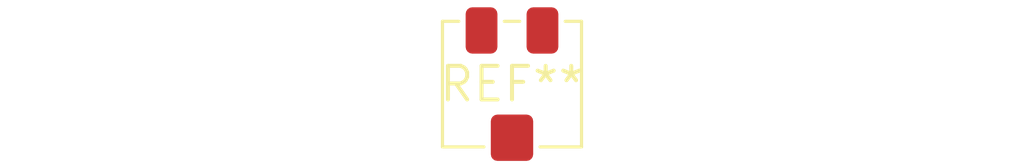
<source format=kicad_pcb>
(kicad_pcb (version 20240108) (generator pcbnew)
  (layers (0 "F.Cu" signal) (31 "B.Cu" signal) (34 "B.Paste" user) (35 "F.Paste" user) (36 "B.SilkS" user "B.Silkscreen") (37 "F.SilkS" user "F.Silkscreen") (38 "B.Mask" user) (39 "F.Mask" user) (44 "Edge.Cuts" user))
  (net 0 "")
  (footprint "Potentiometer_Bourns_3314S_Horizontal" (layer "F.Cu") (at 0 0)
    (property "Reference" "REF**")
    (property "Value" "Potentiometer_Bourns_3314S_Horizontal")
    (fp_line (start -2.625 -2.37) (end -2.625 2.37) (layer "F.SilkS") (stroke (width 0.12)))
    (fp_line (start -2.625 -2.37) (end -2.01 -2.37) (layer "F.SilkS") (stroke (width 0.12)))
    (fp_line (start -2.625 2.37) (end -1.06 2.37) (layer "F.SilkS") (stroke (width 0.12)))
    (fp_line (start -0.29 -2.37) (end 0.29 -2.37) (layer "F.SilkS") (stroke (width 0.12)))
    (fp_line (start 1.06 2.37) (end 2.625 2.37) (layer "F.SilkS") (stroke (width 0.12)))
    (fp_line (start 2.01 -2.37) (end 2.625 -2.37) (layer "F.SilkS") (stroke (width 0.12)))
    (fp_line (start 2.625 -2.37) (end 2.625 2.37) (layer "F.SilkS") (stroke (width 0.12)))
    (pad "1" smd roundrect (at -1.15 -2.025) (size 1.2 1.75) (layers "F.Cu" "F.Paste" "F.Mask") (roundrect_rratio 0.2083333333))
    (pad "2" smd roundrect (at 0 2.025) (size 1.6 1.75) (layers "F.Cu" "F.Paste" "F.Mask") (roundrect_rratio 0.15625))
    (pad "3" smd roundrect (at 1.15 -2.025) (size 1.2 1.75) (layers "F.Cu" "F.Paste" "F.Mask") (roundrect_rratio 0.2108333333))
  )
)
</source>
